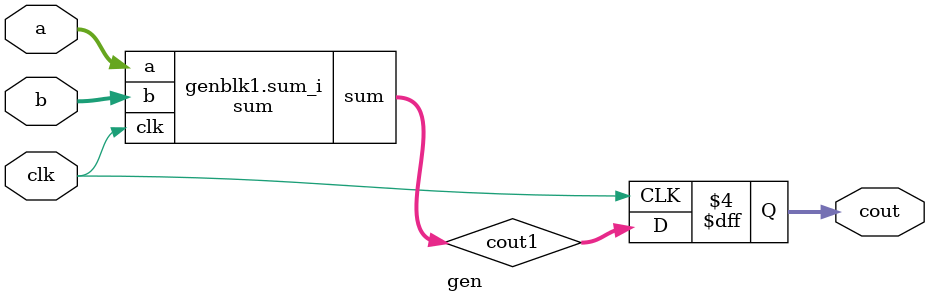
<source format=v>
module sum( a,b,
sum,clk);
input [7:0] a,b;
input clk;
output reg [8:0]sum;
reg [7:0]a_r,b_r;

always@(posedge clk)
begin
a_r <= a;
b_r <= b;
sum <= a_r + b_r;
end
endmodule

module sub(a,b,clk,cout);
input [7:0]a,b;
input clk;
output reg  [8:0]  cout;
reg [8:0] a_r, b_r;
always@(posedge clk)
begin
a_r <= a;
b_r <= b;
cout <= a_r - b_r;
end
endmodule

module gen(a,b,cout,clk);
input [7:0] a,b;
input clk;
output reg [8:0]cout;
wire [8:0]cout1;
parameter op = 1;
generate
	if(op)
		sum sum_i(.a(a),.b(b),.clk(clk),.sum(cout1));
	else
		sub sub_i(.a(a),.b(b), .clk(clk),.cout(cout1));
endgenerate

always@(posedge clk)
	cout <=cout1;
endmodule

</source>
